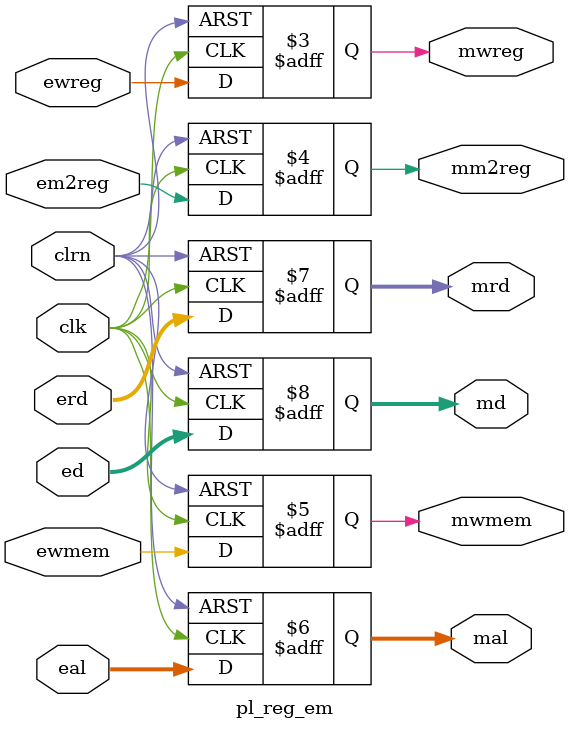
<source format=v>
module pl_reg_em (ewreg,em2reg,ewmem,eal,ed,erd,clk,clrn,
                      mwreg,mm2reg,mwmem,mal,md,mrd);
    input clk;
    input clrn;
    input ewreg;
    input em2reg;
    input ewmem;
    input [31:0] eal;
    input [31:0] ed;
    input [4:0] erd;
    output  reg mwreg;
    output reg mm2reg;
    output reg mwmem;
    output reg [31:0] mal;
    output reg [4:0] mrd;
    output reg [31:0] md;
    
    always @(negedge clrn or posedge clk)
       if (!clrn) begin
        	mwreg <=0;
        	mm2reg <=0;
        	mwmem <=0;
        	mal <=0;
        	mrd <=0;
        	md <=0;
       end else begin
 		    mwreg <=ewreg;
       		mm2reg <=em2reg;
       		mwmem <= ewmem;
      		mal <=eal;
       		mrd <=erd;
       		md <= ed;
       end 
endmodule                       

</source>
